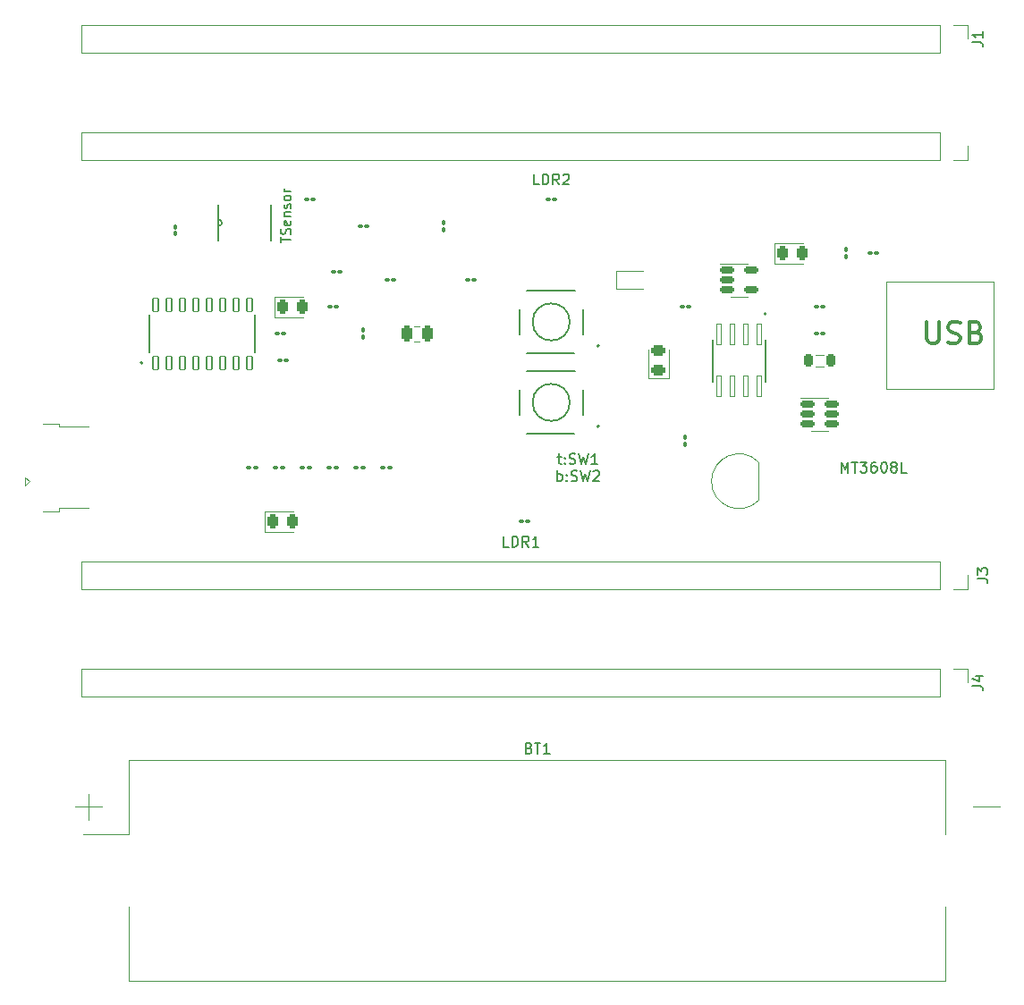
<source format=gto>
%TF.GenerationSoftware,KiCad,Pcbnew,(6.0.2)*%
%TF.CreationDate,2022-04-12T17:30:22+02:00*%
%TF.ProjectId,main,6d61696e-2e6b-4696-9361-645f70636258,rev?*%
%TF.SameCoordinates,Original*%
%TF.FileFunction,Legend,Top*%
%TF.FilePolarity,Positive*%
%FSLAX46Y46*%
G04 Gerber Fmt 4.6, Leading zero omitted, Abs format (unit mm)*
G04 Created by KiCad (PCBNEW (6.0.2)) date 2022-04-12 17:30:22*
%MOMM*%
%LPD*%
G01*
G04 APERTURE LIST*
G04 Aperture macros list*
%AMRoundRect*
0 Rectangle with rounded corners*
0 $1 Rounding radius*
0 $2 $3 $4 $5 $6 $7 $8 $9 X,Y pos of 4 corners*
0 Add a 4 corners polygon primitive as box body*
4,1,4,$2,$3,$4,$5,$6,$7,$8,$9,$2,$3,0*
0 Add four circle primitives for the rounded corners*
1,1,$1+$1,$2,$3*
1,1,$1+$1,$4,$5*
1,1,$1+$1,$6,$7*
1,1,$1+$1,$8,$9*
0 Add four rect primitives between the rounded corners*
20,1,$1+$1,$2,$3,$4,$5,0*
20,1,$1+$1,$4,$5,$6,$7,0*
20,1,$1+$1,$6,$7,$8,$9,0*
20,1,$1+$1,$8,$9,$2,$3,0*%
G04 Aperture macros list end*
%ADD10C,0.100000*%
%ADD11C,0.300000*%
%ADD12C,0.150000*%
%ADD13C,0.120000*%
%ADD14C,0.152400*%
%ADD15C,0.127000*%
%ADD16C,0.200000*%
%ADD17RoundRect,0.100000X0.130000X0.100000X-0.130000X0.100000X-0.130000X-0.100000X0.130000X-0.100000X0*%
%ADD18C,3.450000*%
%ADD19C,2.390000*%
%ADD20R,7.340000X6.350000*%
%ADD21R,0.533400X1.701800*%
%ADD22RoundRect,0.100000X-0.100000X0.130000X-0.100000X-0.130000X0.100000X-0.130000X0.100000X0.130000X0*%
%ADD23RoundRect,0.100000X-0.130000X-0.100000X0.130000X-0.100000X0.130000X0.100000X-0.130000X0.100000X0*%
%ADD24RoundRect,0.100000X0.100000X-0.130000X0.100000X0.130000X-0.100000X0.130000X-0.100000X-0.130000X0*%
%ADD25RoundRect,0.243750X0.456250X-0.243750X0.456250X0.243750X-0.456250X0.243750X-0.456250X-0.243750X0*%
%ADD26R,1.700000X1.700000*%
%ADD27O,1.700000X1.700000*%
%ADD28RoundRect,0.243750X-0.243750X-0.456250X0.243750X-0.456250X0.243750X0.456250X-0.243750X0.456250X0*%
%ADD29RoundRect,0.039900X-0.245100X0.945100X-0.245100X-0.945100X0.245100X-0.945100X0.245100X0.945100X0*%
%ADD30R,1.498000X1.498000*%
%ADD31C,1.498000*%
%ADD32RoundRect,0.250000X-0.250000X-0.475000X0.250000X-0.475000X0.250000X0.475000X-0.250000X0.475000X0*%
%ADD33RoundRect,0.150000X-0.512500X-0.150000X0.512500X-0.150000X0.512500X0.150000X-0.512500X0.150000X0*%
%ADD34R,1.650000X0.400000*%
%ADD35O,1.500000X1.100000*%
%ADD36R,0.700000X1.825000*%
%ADD37R,1.500000X2.000000*%
%ADD38O,1.700000X1.350000*%
%ADD39R,2.000000X1.350000*%
%ADD40R,2.500000X1.430000*%
%ADD41R,0.600000X0.450000*%
%ADD42RoundRect,0.218750X0.218750X0.381250X-0.218750X0.381250X-0.218750X-0.381250X0.218750X-0.381250X0*%
%ADD43RoundRect,0.049600X0.260400X-0.605400X0.260400X0.605400X-0.260400X0.605400X-0.260400X-0.605400X0*%
%ADD44R,1.300000X1.300000*%
%ADD45C,1.300000*%
G04 APERTURE END LIST*
D10*
X194310000Y-73780000D02*
X204470000Y-73780000D01*
X204470000Y-73780000D02*
X204470000Y-83940000D01*
X204470000Y-83940000D02*
X194310000Y-83940000D01*
X194310000Y-83940000D02*
X194310000Y-73780000D01*
D11*
X198136190Y-77644761D02*
X198136190Y-79263809D01*
X198231428Y-79454285D01*
X198326666Y-79549523D01*
X198517142Y-79644761D01*
X198898095Y-79644761D01*
X199088571Y-79549523D01*
X199183809Y-79454285D01*
X199279047Y-79263809D01*
X199279047Y-77644761D01*
X200136190Y-79549523D02*
X200421904Y-79644761D01*
X200898095Y-79644761D01*
X201088571Y-79549523D01*
X201183809Y-79454285D01*
X201279047Y-79263809D01*
X201279047Y-79073333D01*
X201183809Y-78882857D01*
X201088571Y-78787619D01*
X200898095Y-78692380D01*
X200517142Y-78597142D01*
X200326666Y-78501904D01*
X200231428Y-78406666D01*
X200136190Y-78216190D01*
X200136190Y-78025714D01*
X200231428Y-77835238D01*
X200326666Y-77740000D01*
X200517142Y-77644761D01*
X200993333Y-77644761D01*
X201279047Y-77740000D01*
X202802857Y-78597142D02*
X203088571Y-78692380D01*
X203183809Y-78787619D01*
X203279047Y-78978095D01*
X203279047Y-79263809D01*
X203183809Y-79454285D01*
X203088571Y-79549523D01*
X202898095Y-79644761D01*
X202136190Y-79644761D01*
X202136190Y-77644761D01*
X202802857Y-77644761D01*
X202993333Y-77740000D01*
X203088571Y-77835238D01*
X203183809Y-78025714D01*
X203183809Y-78216190D01*
X203088571Y-78406666D01*
X202993333Y-78501904D01*
X202802857Y-78597142D01*
X202136190Y-78597142D01*
D12*
X190016190Y-91892380D02*
X190016190Y-90892380D01*
X190349523Y-91606666D01*
X190682857Y-90892380D01*
X190682857Y-91892380D01*
X191016190Y-90892380D02*
X191587619Y-90892380D01*
X191301904Y-91892380D02*
X191301904Y-90892380D01*
X191825714Y-90892380D02*
X192444761Y-90892380D01*
X192111428Y-91273333D01*
X192254285Y-91273333D01*
X192349523Y-91320952D01*
X192397142Y-91368571D01*
X192444761Y-91463809D01*
X192444761Y-91701904D01*
X192397142Y-91797142D01*
X192349523Y-91844761D01*
X192254285Y-91892380D01*
X191968571Y-91892380D01*
X191873333Y-91844761D01*
X191825714Y-91797142D01*
X193301904Y-90892380D02*
X193111428Y-90892380D01*
X193016190Y-90940000D01*
X192968571Y-90987619D01*
X192873333Y-91130476D01*
X192825714Y-91320952D01*
X192825714Y-91701904D01*
X192873333Y-91797142D01*
X192920952Y-91844761D01*
X193016190Y-91892380D01*
X193206666Y-91892380D01*
X193301904Y-91844761D01*
X193349523Y-91797142D01*
X193397142Y-91701904D01*
X193397142Y-91463809D01*
X193349523Y-91368571D01*
X193301904Y-91320952D01*
X193206666Y-91273333D01*
X193016190Y-91273333D01*
X192920952Y-91320952D01*
X192873333Y-91368571D01*
X192825714Y-91463809D01*
X194016190Y-90892380D02*
X194111428Y-90892380D01*
X194206666Y-90940000D01*
X194254285Y-90987619D01*
X194301904Y-91082857D01*
X194349523Y-91273333D01*
X194349523Y-91511428D01*
X194301904Y-91701904D01*
X194254285Y-91797142D01*
X194206666Y-91844761D01*
X194111428Y-91892380D01*
X194016190Y-91892380D01*
X193920952Y-91844761D01*
X193873333Y-91797142D01*
X193825714Y-91701904D01*
X193778095Y-91511428D01*
X193778095Y-91273333D01*
X193825714Y-91082857D01*
X193873333Y-90987619D01*
X193920952Y-90940000D01*
X194016190Y-90892380D01*
X194920952Y-91320952D02*
X194825714Y-91273333D01*
X194778095Y-91225714D01*
X194730476Y-91130476D01*
X194730476Y-91082857D01*
X194778095Y-90987619D01*
X194825714Y-90940000D01*
X194920952Y-90892380D01*
X195111428Y-90892380D01*
X195206666Y-90940000D01*
X195254285Y-90987619D01*
X195301904Y-91082857D01*
X195301904Y-91130476D01*
X195254285Y-91225714D01*
X195206666Y-91273333D01*
X195111428Y-91320952D01*
X194920952Y-91320952D01*
X194825714Y-91368571D01*
X194778095Y-91416190D01*
X194730476Y-91511428D01*
X194730476Y-91701904D01*
X194778095Y-91797142D01*
X194825714Y-91844761D01*
X194920952Y-91892380D01*
X195111428Y-91892380D01*
X195206666Y-91844761D01*
X195254285Y-91797142D01*
X195301904Y-91701904D01*
X195301904Y-91511428D01*
X195254285Y-91416190D01*
X195206666Y-91368571D01*
X195111428Y-91320952D01*
X196206666Y-91892380D02*
X195730476Y-91892380D01*
X195730476Y-90892380D01*
X163147619Y-90420714D02*
X163528571Y-90420714D01*
X163290476Y-90087380D02*
X163290476Y-90944523D01*
X163338095Y-91039761D01*
X163433333Y-91087380D01*
X163528571Y-91087380D01*
X163861904Y-90992142D02*
X163909523Y-91039761D01*
X163861904Y-91087380D01*
X163814285Y-91039761D01*
X163861904Y-90992142D01*
X163861904Y-91087380D01*
X163861904Y-90468333D02*
X163909523Y-90515952D01*
X163861904Y-90563571D01*
X163814285Y-90515952D01*
X163861904Y-90468333D01*
X163861904Y-90563571D01*
X164290476Y-91039761D02*
X164433333Y-91087380D01*
X164671428Y-91087380D01*
X164766666Y-91039761D01*
X164814285Y-90992142D01*
X164861904Y-90896904D01*
X164861904Y-90801666D01*
X164814285Y-90706428D01*
X164766666Y-90658809D01*
X164671428Y-90611190D01*
X164480952Y-90563571D01*
X164385714Y-90515952D01*
X164338095Y-90468333D01*
X164290476Y-90373095D01*
X164290476Y-90277857D01*
X164338095Y-90182619D01*
X164385714Y-90135000D01*
X164480952Y-90087380D01*
X164719047Y-90087380D01*
X164861904Y-90135000D01*
X165195238Y-90087380D02*
X165433333Y-91087380D01*
X165623809Y-90373095D01*
X165814285Y-91087380D01*
X166052380Y-90087380D01*
X166957142Y-91087380D02*
X166385714Y-91087380D01*
X166671428Y-91087380D02*
X166671428Y-90087380D01*
X166576190Y-90230238D01*
X166480952Y-90325476D01*
X166385714Y-90373095D01*
X163123809Y-92697380D02*
X163123809Y-91697380D01*
X163123809Y-92078333D02*
X163219047Y-92030714D01*
X163409523Y-92030714D01*
X163504761Y-92078333D01*
X163552380Y-92125952D01*
X163600000Y-92221190D01*
X163600000Y-92506904D01*
X163552380Y-92602142D01*
X163504761Y-92649761D01*
X163409523Y-92697380D01*
X163219047Y-92697380D01*
X163123809Y-92649761D01*
X164028571Y-92602142D02*
X164076190Y-92649761D01*
X164028571Y-92697380D01*
X163980952Y-92649761D01*
X164028571Y-92602142D01*
X164028571Y-92697380D01*
X164028571Y-92078333D02*
X164076190Y-92125952D01*
X164028571Y-92173571D01*
X163980952Y-92125952D01*
X164028571Y-92078333D01*
X164028571Y-92173571D01*
X164457142Y-92649761D02*
X164600000Y-92697380D01*
X164838095Y-92697380D01*
X164933333Y-92649761D01*
X164980952Y-92602142D01*
X165028571Y-92506904D01*
X165028571Y-92411666D01*
X164980952Y-92316428D01*
X164933333Y-92268809D01*
X164838095Y-92221190D01*
X164647619Y-92173571D01*
X164552380Y-92125952D01*
X164504761Y-92078333D01*
X164457142Y-91983095D01*
X164457142Y-91887857D01*
X164504761Y-91792619D01*
X164552380Y-91745000D01*
X164647619Y-91697380D01*
X164885714Y-91697380D01*
X165028571Y-91745000D01*
X165361904Y-91697380D02*
X165600000Y-92697380D01*
X165790476Y-91983095D01*
X165980952Y-92697380D01*
X166219047Y-91697380D01*
X166552380Y-91792619D02*
X166600000Y-91745000D01*
X166695238Y-91697380D01*
X166933333Y-91697380D01*
X167028571Y-91745000D01*
X167076190Y-91792619D01*
X167123809Y-91887857D01*
X167123809Y-91983095D01*
X167076190Y-92125952D01*
X166504761Y-92697380D01*
X167123809Y-92697380D01*
%TO.C,LDR1*%
X158523333Y-98922380D02*
X158047142Y-98922380D01*
X158047142Y-97922380D01*
X158856666Y-98922380D02*
X158856666Y-97922380D01*
X159094761Y-97922380D01*
X159237619Y-97970000D01*
X159332857Y-98065238D01*
X159380476Y-98160476D01*
X159428095Y-98350952D01*
X159428095Y-98493809D01*
X159380476Y-98684285D01*
X159332857Y-98779523D01*
X159237619Y-98874761D01*
X159094761Y-98922380D01*
X158856666Y-98922380D01*
X160428095Y-98922380D02*
X160094761Y-98446190D01*
X159856666Y-98922380D02*
X159856666Y-97922380D01*
X160237619Y-97922380D01*
X160332857Y-97970000D01*
X160380476Y-98017619D01*
X160428095Y-98112857D01*
X160428095Y-98255714D01*
X160380476Y-98350952D01*
X160332857Y-98398571D01*
X160237619Y-98446190D01*
X159856666Y-98446190D01*
X161380476Y-98922380D02*
X160809047Y-98922380D01*
X161094761Y-98922380D02*
X161094761Y-97922380D01*
X160999523Y-98065238D01*
X160904285Y-98160476D01*
X160809047Y-98208095D01*
%TO.C,BT1*%
X160464285Y-117968571D02*
X160607142Y-118016190D01*
X160654761Y-118063809D01*
X160702380Y-118159047D01*
X160702380Y-118301904D01*
X160654761Y-118397142D01*
X160607142Y-118444761D01*
X160511904Y-118492380D01*
X160130952Y-118492380D01*
X160130952Y-117492380D01*
X160464285Y-117492380D01*
X160559523Y-117540000D01*
X160607142Y-117587619D01*
X160654761Y-117682857D01*
X160654761Y-117778095D01*
X160607142Y-117873333D01*
X160559523Y-117920952D01*
X160464285Y-117968571D01*
X160130952Y-117968571D01*
X160988095Y-117492380D02*
X161559523Y-117492380D01*
X161273809Y-118492380D02*
X161273809Y-117492380D01*
X162416666Y-118492380D02*
X161845238Y-118492380D01*
X162130952Y-118492380D02*
X162130952Y-117492380D01*
X162035714Y-117635238D01*
X161940476Y-117730476D01*
X161845238Y-117778095D01*
%TO.C,TSensor*%
X136932380Y-70068571D02*
X136932380Y-69554285D01*
X137932380Y-69811428D02*
X136932380Y-69811428D01*
X137884761Y-69297142D02*
X137932380Y-69168571D01*
X137932380Y-68954285D01*
X137884761Y-68868571D01*
X137837142Y-68825714D01*
X137741904Y-68782857D01*
X137646666Y-68782857D01*
X137551428Y-68825714D01*
X137503809Y-68868571D01*
X137456190Y-68954285D01*
X137408571Y-69125714D01*
X137360952Y-69211428D01*
X137313333Y-69254285D01*
X137218095Y-69297142D01*
X137122857Y-69297142D01*
X137027619Y-69254285D01*
X136980000Y-69211428D01*
X136932380Y-69125714D01*
X136932380Y-68911428D01*
X136980000Y-68782857D01*
X137884761Y-68054285D02*
X137932380Y-68140000D01*
X137932380Y-68311428D01*
X137884761Y-68397142D01*
X137789523Y-68440000D01*
X137408571Y-68440000D01*
X137313333Y-68397142D01*
X137265714Y-68311428D01*
X137265714Y-68140000D01*
X137313333Y-68054285D01*
X137408571Y-68011428D01*
X137503809Y-68011428D01*
X137599047Y-68440000D01*
X137265714Y-67625714D02*
X137932380Y-67625714D01*
X137360952Y-67625714D02*
X137313333Y-67582857D01*
X137265714Y-67497142D01*
X137265714Y-67368571D01*
X137313333Y-67282857D01*
X137408571Y-67240000D01*
X137932380Y-67240000D01*
X137884761Y-66854285D02*
X137932380Y-66768571D01*
X137932380Y-66597142D01*
X137884761Y-66511428D01*
X137789523Y-66468571D01*
X137741904Y-66468571D01*
X137646666Y-66511428D01*
X137599047Y-66597142D01*
X137599047Y-66725714D01*
X137551428Y-66811428D01*
X137456190Y-66854285D01*
X137408571Y-66854285D01*
X137313333Y-66811428D01*
X137265714Y-66725714D01*
X137265714Y-66597142D01*
X137313333Y-66511428D01*
X137932380Y-65954285D02*
X137884761Y-66040000D01*
X137837142Y-66082857D01*
X137741904Y-66125714D01*
X137456190Y-66125714D01*
X137360952Y-66082857D01*
X137313333Y-66040000D01*
X137265714Y-65954285D01*
X137265714Y-65825714D01*
X137313333Y-65740000D01*
X137360952Y-65697142D01*
X137456190Y-65654285D01*
X137741904Y-65654285D01*
X137837142Y-65697142D01*
X137884761Y-65740000D01*
X137932380Y-65825714D01*
X137932380Y-65954285D01*
X137932380Y-65268571D02*
X137265714Y-65268571D01*
X137456190Y-65268571D02*
X137360952Y-65225714D01*
X137313333Y-65182857D01*
X137265714Y-65097142D01*
X137265714Y-65011428D01*
%TO.C,J1*%
X202442380Y-51133333D02*
X203156666Y-51133333D01*
X203299523Y-51180952D01*
X203394761Y-51276190D01*
X203442380Y-51419047D01*
X203442380Y-51514285D01*
X203442380Y-50133333D02*
X203442380Y-50704761D01*
X203442380Y-50419047D02*
X202442380Y-50419047D01*
X202585238Y-50514285D01*
X202680476Y-50609523D01*
X202728095Y-50704761D01*
%TO.C,LDR2*%
X161403333Y-64612380D02*
X160927142Y-64612380D01*
X160927142Y-63612380D01*
X161736666Y-64612380D02*
X161736666Y-63612380D01*
X161974761Y-63612380D01*
X162117619Y-63660000D01*
X162212857Y-63755238D01*
X162260476Y-63850476D01*
X162308095Y-64040952D01*
X162308095Y-64183809D01*
X162260476Y-64374285D01*
X162212857Y-64469523D01*
X162117619Y-64564761D01*
X161974761Y-64612380D01*
X161736666Y-64612380D01*
X163308095Y-64612380D02*
X162974761Y-64136190D01*
X162736666Y-64612380D02*
X162736666Y-63612380D01*
X163117619Y-63612380D01*
X163212857Y-63660000D01*
X163260476Y-63707619D01*
X163308095Y-63802857D01*
X163308095Y-63945714D01*
X163260476Y-64040952D01*
X163212857Y-64088571D01*
X163117619Y-64136190D01*
X162736666Y-64136190D01*
X163689047Y-63707619D02*
X163736666Y-63660000D01*
X163831904Y-63612380D01*
X164070000Y-63612380D01*
X164165238Y-63660000D01*
X164212857Y-63707619D01*
X164260476Y-63802857D01*
X164260476Y-63898095D01*
X164212857Y-64040952D01*
X163641428Y-64612380D01*
X164260476Y-64612380D01*
%TO.C,J4*%
X202442380Y-112093333D02*
X203156666Y-112093333D01*
X203299523Y-112140952D01*
X203394761Y-112236190D01*
X203442380Y-112379047D01*
X203442380Y-112474285D01*
X202775714Y-111188571D02*
X203442380Y-111188571D01*
X202394761Y-111426666D02*
X203109047Y-111664761D01*
X203109047Y-111045714D01*
%TO.C,J3*%
X202882380Y-101933333D02*
X203596666Y-101933333D01*
X203739523Y-101980952D01*
X203834761Y-102076190D01*
X203882380Y-102219047D01*
X203882380Y-102314285D01*
X202882380Y-101552380D02*
X202882380Y-100933333D01*
X203263333Y-101266666D01*
X203263333Y-101123809D01*
X203310952Y-101028571D01*
X203358571Y-100980952D01*
X203453809Y-100933333D01*
X203691904Y-100933333D01*
X203787142Y-100980952D01*
X203834761Y-101028571D01*
X203882380Y-101123809D01*
X203882380Y-101409523D01*
X203834761Y-101504761D01*
X203787142Y-101552380D01*
D13*
%TO.C,BT1*%
X205000000Y-123540000D02*
X202500000Y-123540000D01*
X199890000Y-126100000D02*
X199890000Y-119120000D01*
X122610000Y-139980000D02*
X122610000Y-132980000D01*
X117500000Y-123540000D02*
X120000000Y-123540000D01*
X122610000Y-126100000D02*
X118250000Y-126100000D01*
X118750000Y-124790000D02*
X118750000Y-122290000D01*
X122610000Y-119100000D02*
X122610000Y-126100000D01*
X199890000Y-119100000D02*
X122610000Y-119100000D01*
X199890000Y-139980000D02*
X122610000Y-139980000D01*
X199890000Y-132980000D02*
X199890000Y-139980000D01*
D14*
%TO.C,TSensor*%
X131080800Y-66558600D02*
X131080800Y-67930200D01*
X131080800Y-67930200D02*
X131080800Y-68539800D01*
X136059200Y-69911400D02*
X136059200Y-66558600D01*
X131080800Y-68539800D02*
X131080800Y-69911400D01*
X131080800Y-68539800D02*
G75*
G03*
X131080800Y-67930200I0J304800D01*
G01*
D13*
%TO.C,D1*%
X171760000Y-80280000D02*
X171760000Y-82965000D01*
X173680000Y-82965000D02*
X173680000Y-80280000D01*
X171760000Y-82965000D02*
X173680000Y-82965000D01*
%TO.C,J2*%
X201990000Y-62290000D02*
X200660000Y-62290000D01*
X199390000Y-59630000D02*
X118050000Y-59630000D01*
X199390000Y-59630000D02*
X199390000Y-62290000D01*
X118050000Y-59630000D02*
X118050000Y-62290000D01*
X201990000Y-60960000D02*
X201990000Y-62290000D01*
X199390000Y-62290000D02*
X118050000Y-62290000D01*
%TO.C,D4*%
X135475000Y-97480000D02*
X138160000Y-97480000D01*
X135475000Y-95560000D02*
X135475000Y-97480000D01*
X138160000Y-95560000D02*
X135475000Y-95560000D01*
D15*
%TO.C,EEPROM1*%
X182850000Y-79280000D02*
X182850000Y-83280000D01*
X177830000Y-79280000D02*
X177830000Y-83280000D01*
D16*
X182915000Y-76835000D02*
G75*
G03*
X182915000Y-76835000I-100000J0D01*
G01*
D15*
%TO.C,SW2*%
X159560000Y-86395000D02*
X159560000Y-84095000D01*
X164760000Y-88240000D02*
X160260000Y-88240000D01*
X160260000Y-82250000D02*
X164860000Y-82250000D01*
X165555000Y-86395000D02*
X165555000Y-84095000D01*
D16*
X167105000Y-87495000D02*
G75*
G03*
X167105000Y-87495000I-100000J0D01*
G01*
D15*
X164315000Y-85245000D02*
G75*
G03*
X164315000Y-85245000I-1755000J0D01*
G01*
D13*
%TO.C,C2*%
X149598748Y-79475000D02*
X150121252Y-79475000D01*
X149598748Y-78005000D02*
X150121252Y-78005000D01*
%TO.C,J1*%
X200660000Y-49470000D02*
X201990000Y-49470000D01*
X199390000Y-52130000D02*
X118050000Y-52130000D01*
X199390000Y-49470000D02*
X199390000Y-52130000D01*
X201990000Y-49470000D02*
X201990000Y-50800000D01*
X118050000Y-49470000D02*
X118050000Y-52130000D01*
X199390000Y-49470000D02*
X118050000Y-49470000D01*
D15*
%TO.C,SW1*%
X164760000Y-80620000D02*
X160260000Y-80620000D01*
X159560000Y-78775000D02*
X159560000Y-76475000D01*
X160260000Y-74630000D02*
X164860000Y-74630000D01*
X165555000Y-78775000D02*
X165555000Y-76475000D01*
X164315000Y-77625000D02*
G75*
G03*
X164315000Y-77625000I-1755000J0D01*
G01*
D16*
X167105000Y-79875000D02*
G75*
G03*
X167105000Y-79875000I-100000J0D01*
G01*
D13*
%TO.C,U1*%
X180340000Y-72100000D02*
X178540000Y-72100000D01*
X180340000Y-72100000D02*
X181140000Y-72100000D01*
X180340000Y-75220000D02*
X181140000Y-75220000D01*
X180340000Y-75220000D02*
X179540000Y-75220000D01*
%TO.C,J5*%
X113200000Y-92715000D02*
X112750000Y-93115000D01*
X118800000Y-87565000D02*
X116000000Y-87565000D01*
X116000000Y-95565000D02*
X114450000Y-95565000D01*
X112750000Y-93115000D02*
X112750000Y-92315000D01*
X116000000Y-87565000D02*
X116000000Y-87265000D01*
X112750000Y-92315000D02*
X113200000Y-92715000D01*
X116000000Y-87265000D02*
X114450000Y-87265000D01*
X116000000Y-95565000D02*
X116000000Y-95265000D01*
X118800000Y-95265000D02*
X116000000Y-95265000D01*
%TO.C,J4*%
X200660000Y-110430000D02*
X201990000Y-110430000D01*
X199390000Y-110430000D02*
X199390000Y-113090000D01*
X118050000Y-110430000D02*
X118050000Y-113090000D01*
X201990000Y-110430000D02*
X201990000Y-111760000D01*
X199390000Y-113090000D02*
X118050000Y-113090000D01*
X199390000Y-110430000D02*
X118050000Y-110430000D01*
%TO.C,U2*%
X187960000Y-87920000D02*
X187160000Y-87920000D01*
X187960000Y-84800000D02*
X188760000Y-84800000D01*
X187960000Y-87920000D02*
X188760000Y-87920000D01*
X187960000Y-84800000D02*
X186160000Y-84800000D01*
%TO.C,D3*%
X168680000Y-72810000D02*
X168680000Y-74510000D01*
X168680000Y-74510000D02*
X171230000Y-74510000D01*
X168680000Y-72810000D02*
X171230000Y-72810000D01*
%TO.C,J3*%
X199390000Y-100270000D02*
X199390000Y-102930000D01*
X201990000Y-102930000D02*
X200660000Y-102930000D01*
X118050000Y-100270000D02*
X118050000Y-102930000D01*
X199390000Y-100270000D02*
X118050000Y-100270000D01*
X201990000Y-101600000D02*
X201990000Y-102930000D01*
X199390000Y-102930000D02*
X118050000Y-102930000D01*
%TO.C,LED1*%
X136412500Y-75240000D02*
X136412500Y-77160000D01*
X139097500Y-75240000D02*
X136412500Y-75240000D01*
X136412500Y-77160000D02*
X139097500Y-77160000D01*
%TO.C,D2*%
X183735000Y-70160000D02*
X183735000Y-72080000D01*
X183735000Y-72080000D02*
X186420000Y-72080000D01*
X186420000Y-70160000D02*
X183735000Y-70160000D01*
%TO.C,L1*%
X188359622Y-80720000D02*
X187560378Y-80720000D01*
X188359622Y-81840000D02*
X187560378Y-81840000D01*
D15*
%TO.C,FTDI(UART)1*%
X134540000Y-80515000D02*
X134540000Y-76965000D01*
X124540000Y-80515000D02*
X124540000Y-76965000D01*
X124540000Y-80515000D02*
X124540000Y-76965000D01*
X134540000Y-80515000D02*
X134540000Y-76965000D01*
D16*
X123885000Y-81490000D02*
G75*
G03*
X123885000Y-81490000I-100000J0D01*
G01*
D13*
%TO.C,Q1*%
X182190000Y-94510000D02*
X182190000Y-90910000D01*
X182178478Y-90871522D02*
G75*
G03*
X177740000Y-92710000I-1838478J-1838478D01*
G01*
X177739999Y-92710000D02*
G75*
G03*
X182178478Y-94548478I2600001J0D01*
G01*
%TD*%
%LPC*%
D17*
%TO.C,LDR1*%
X160340000Y-96520000D03*
X159700000Y-96520000D03*
%TD*%
D18*
%TO.C,BT1*%
X133650000Y-137540000D03*
D19*
X125320000Y-121540000D03*
D18*
X188850000Y-121540000D03*
D20*
X121920000Y-129540000D03*
X200580000Y-129540000D03*
%TD*%
D21*
%TO.C,TSensor*%
X131665000Y-70825800D03*
X132935000Y-70825800D03*
X134205000Y-70825800D03*
X135475000Y-70825800D03*
X135475000Y-65644200D03*
X134205000Y-65644200D03*
X132935000Y-65644200D03*
X131665000Y-65644200D03*
%TD*%
D22*
%TO.C,R5*%
X190500000Y-70800000D03*
X190500000Y-71440000D03*
%TD*%
D23*
%TO.C,R17*%
X136610000Y-78740000D03*
X137250000Y-78740000D03*
%TD*%
D24*
%TO.C,R7*%
X152400000Y-68900000D03*
X152400000Y-68260000D03*
%TD*%
D23*
%TO.C,R1*%
X187640000Y-76200000D03*
X188280000Y-76200000D03*
%TD*%
D25*
%TO.C,D1*%
X172720000Y-82217500D03*
X172720000Y-80342500D03*
%TD*%
D23*
%TO.C,R14*%
X146655000Y-91440000D03*
X147295000Y-91440000D03*
%TD*%
D24*
%TO.C,R4*%
X175260000Y-89220000D03*
X175260000Y-88580000D03*
%TD*%
D26*
%TO.C,J2*%
X200660000Y-60960000D03*
D27*
X198120000Y-60960000D03*
X195580000Y-60960000D03*
X193040000Y-60960000D03*
X190500000Y-60960000D03*
X187960000Y-60960000D03*
X185420000Y-60960000D03*
X182880000Y-60960000D03*
X180340000Y-60960000D03*
X177800000Y-60960000D03*
X175260000Y-60960000D03*
X172720000Y-60960000D03*
X170180000Y-60960000D03*
X167640000Y-60960000D03*
X165100000Y-60960000D03*
X162560000Y-60960000D03*
X160020000Y-60960000D03*
X157480000Y-60960000D03*
X154940000Y-60960000D03*
X152400000Y-60960000D03*
X149860000Y-60960000D03*
X147320000Y-60960000D03*
X144780000Y-60960000D03*
X142240000Y-60960000D03*
X139700000Y-60960000D03*
X137160000Y-60960000D03*
X134620000Y-60960000D03*
X132080000Y-60960000D03*
X129540000Y-60960000D03*
X127000000Y-60960000D03*
X124460000Y-60960000D03*
X121920000Y-60960000D03*
X119380000Y-60960000D03*
%TD*%
D23*
%TO.C,R19*%
X133955000Y-91440000D03*
X134595000Y-91440000D03*
%TD*%
D28*
%TO.C,D4*%
X136222500Y-96520000D03*
X138097500Y-96520000D03*
%TD*%
D23*
%TO.C,R6*%
X154620000Y-73660000D03*
X155260000Y-73660000D03*
%TD*%
D24*
%TO.C,C3*%
X144780000Y-79060000D03*
X144780000Y-78420000D03*
%TD*%
D17*
%TO.C,R3*%
X175580000Y-76200000D03*
X174940000Y-76200000D03*
%TD*%
D23*
%TO.C,R20*%
X136495000Y-91440000D03*
X137135000Y-91440000D03*
%TD*%
D29*
%TO.C,EEPROM1*%
X182245000Y-78805000D03*
X180975000Y-78805000D03*
X179705000Y-78805000D03*
X178435000Y-78805000D03*
X178435000Y-83755000D03*
X179705000Y-83755000D03*
X180975000Y-83755000D03*
X182245000Y-83755000D03*
%TD*%
D30*
%TO.C,SW2*%
X165810000Y-87495000D03*
D31*
X159310000Y-87495000D03*
X165810000Y-82995000D03*
X159310000Y-82995000D03*
%TD*%
D23*
%TO.C,R9*%
X139380000Y-66040000D03*
X140020000Y-66040000D03*
%TD*%
D32*
%TO.C,C2*%
X148910000Y-78740000D03*
X150810000Y-78740000D03*
%TD*%
D26*
%TO.C,J1*%
X200660000Y-50800000D03*
D27*
X198120000Y-50800000D03*
X195580000Y-50800000D03*
X193040000Y-50800000D03*
X190500000Y-50800000D03*
X187960000Y-50800000D03*
X185420000Y-50800000D03*
X182880000Y-50800000D03*
X180340000Y-50800000D03*
X177800000Y-50800000D03*
X175260000Y-50800000D03*
X172720000Y-50800000D03*
X170180000Y-50800000D03*
X167640000Y-50800000D03*
X165100000Y-50800000D03*
X162560000Y-50800000D03*
X160020000Y-50800000D03*
X157480000Y-50800000D03*
X154940000Y-50800000D03*
X152400000Y-50800000D03*
X149860000Y-50800000D03*
X147320000Y-50800000D03*
X144780000Y-50800000D03*
X142240000Y-50800000D03*
X139700000Y-50800000D03*
X137160000Y-50800000D03*
X134620000Y-50800000D03*
X132080000Y-50800000D03*
X129540000Y-50800000D03*
X127000000Y-50800000D03*
X124460000Y-50800000D03*
X121920000Y-50800000D03*
X119380000Y-50800000D03*
%TD*%
D17*
%TO.C,R10*%
X142560000Y-72870000D03*
X141920000Y-72870000D03*
%TD*%
D23*
%TO.C,LDR2*%
X162240000Y-66040000D03*
X162880000Y-66040000D03*
%TD*%
D30*
%TO.C,SW1*%
X165810000Y-79875000D03*
D31*
X159310000Y-79875000D03*
X165810000Y-75375000D03*
X159310000Y-75375000D03*
%TD*%
D33*
%TO.C,U1*%
X179202500Y-72710000D03*
X179202500Y-73660000D03*
X179202500Y-74610000D03*
X181477500Y-74610000D03*
X181477500Y-72710000D03*
%TD*%
D34*
%TO.C,J5*%
X114300000Y-92715000D03*
X114300000Y-92065000D03*
X114300000Y-91415000D03*
X114300000Y-90765000D03*
X114300000Y-90115000D03*
D35*
X114180000Y-93835000D03*
D36*
X115500000Y-94365000D03*
D37*
X114200000Y-94265000D03*
D35*
X114180000Y-88995000D03*
D38*
X117180000Y-94145000D03*
D39*
X116250000Y-88665000D03*
D36*
X115500000Y-88415000D03*
D40*
X117450000Y-90455000D03*
D38*
X117180000Y-88685000D03*
D40*
X117450000Y-92375000D03*
D39*
X116250000Y-94145000D03*
D37*
X114180000Y-88515000D03*
%TD*%
D17*
%TO.C,R2*%
X188280000Y-78740000D03*
X187640000Y-78740000D03*
%TD*%
D26*
%TO.C,J4*%
X200660000Y-111760000D03*
D27*
X198120000Y-111760000D03*
X195580000Y-111760000D03*
X193040000Y-111760000D03*
X190500000Y-111760000D03*
X187960000Y-111760000D03*
X185420000Y-111760000D03*
X182880000Y-111760000D03*
X180340000Y-111760000D03*
X177800000Y-111760000D03*
X175260000Y-111760000D03*
X172720000Y-111760000D03*
X170180000Y-111760000D03*
X167640000Y-111760000D03*
X165100000Y-111760000D03*
X162560000Y-111760000D03*
X160020000Y-111760000D03*
X157480000Y-111760000D03*
X154940000Y-111760000D03*
X152400000Y-111760000D03*
X149860000Y-111760000D03*
X147320000Y-111760000D03*
X144780000Y-111760000D03*
X142240000Y-111760000D03*
X139700000Y-111760000D03*
X137160000Y-111760000D03*
X134620000Y-111760000D03*
X132080000Y-111760000D03*
X129540000Y-111760000D03*
X127000000Y-111760000D03*
X124460000Y-111760000D03*
X121920000Y-111760000D03*
X119380000Y-111760000D03*
%TD*%
D17*
%TO.C,R11*%
X145100000Y-68580000D03*
X144460000Y-68580000D03*
%TD*%
D33*
%TO.C,U2*%
X186822500Y-85410000D03*
X186822500Y-86360000D03*
X186822500Y-87310000D03*
X189097500Y-87310000D03*
X189097500Y-86360000D03*
X189097500Y-85410000D03*
%TD*%
D41*
%TO.C,D3*%
X169130000Y-73660000D03*
X171230000Y-73660000D03*
%TD*%
D23*
%TO.C,C1*%
X192720000Y-71120000D03*
X193360000Y-71120000D03*
%TD*%
%TO.C,C4*%
X141575000Y-91440000D03*
X142215000Y-91440000D03*
%TD*%
D26*
%TO.C,J3*%
X200660000Y-101600000D03*
D27*
X198120000Y-101600000D03*
X195580000Y-101600000D03*
X193040000Y-101600000D03*
X190500000Y-101600000D03*
X187960000Y-101600000D03*
X185420000Y-101600000D03*
X182880000Y-101600000D03*
X180340000Y-101600000D03*
X177800000Y-101600000D03*
X175260000Y-101600000D03*
X172720000Y-101600000D03*
X170180000Y-101600000D03*
X167640000Y-101600000D03*
X165100000Y-101600000D03*
X162560000Y-101600000D03*
X160020000Y-101600000D03*
X157480000Y-101600000D03*
X154940000Y-101600000D03*
X152400000Y-101600000D03*
X149860000Y-101600000D03*
X147320000Y-101600000D03*
X144780000Y-101600000D03*
X142240000Y-101600000D03*
X139700000Y-101600000D03*
X137160000Y-101600000D03*
X134620000Y-101600000D03*
X132080000Y-101600000D03*
X129540000Y-101600000D03*
X127000000Y-101600000D03*
X124460000Y-101600000D03*
X121920000Y-101600000D03*
X119380000Y-101600000D03*
%TD*%
D28*
%TO.C,LED1*%
X137160000Y-76200000D03*
X139035000Y-76200000D03*
%TD*%
D23*
%TO.C,R15*%
X139035000Y-91440000D03*
X139675000Y-91440000D03*
%TD*%
%TO.C,R13*%
X141600000Y-76200000D03*
X142240000Y-76200000D03*
%TD*%
%TO.C,R16*%
X136840000Y-81280000D03*
X137480000Y-81280000D03*
%TD*%
D28*
%TO.C,D2*%
X184482500Y-71120000D03*
X186357500Y-71120000D03*
%TD*%
D23*
%TO.C,R8*%
X147000000Y-73660000D03*
X147640000Y-73660000D03*
%TD*%
D42*
%TO.C,L1*%
X189022500Y-81280000D03*
X186897500Y-81280000D03*
%TD*%
D43*
%TO.C,FTDI(UART)1*%
X125095000Y-81490000D03*
X126365000Y-81490000D03*
X127635000Y-81490000D03*
X128905000Y-81490000D03*
X130175000Y-81490000D03*
X131445000Y-81490000D03*
X132715000Y-81490000D03*
X133985000Y-81490000D03*
X133985000Y-75990000D03*
X132715000Y-75990000D03*
X131445000Y-75990000D03*
X130175000Y-75990000D03*
X128905000Y-75990000D03*
X127635000Y-75990000D03*
X126365000Y-75990000D03*
X125095000Y-75990000D03*
%TD*%
D23*
%TO.C,R18*%
X144115000Y-91440000D03*
X144755000Y-91440000D03*
%TD*%
D44*
%TO.C,Q1*%
X180340000Y-93980000D03*
D45*
X179070000Y-92710000D03*
X180340000Y-91440000D03*
%TD*%
D22*
%TO.C,R12*%
X127000000Y-68605000D03*
X127000000Y-69245000D03*
%TD*%
M02*

</source>
